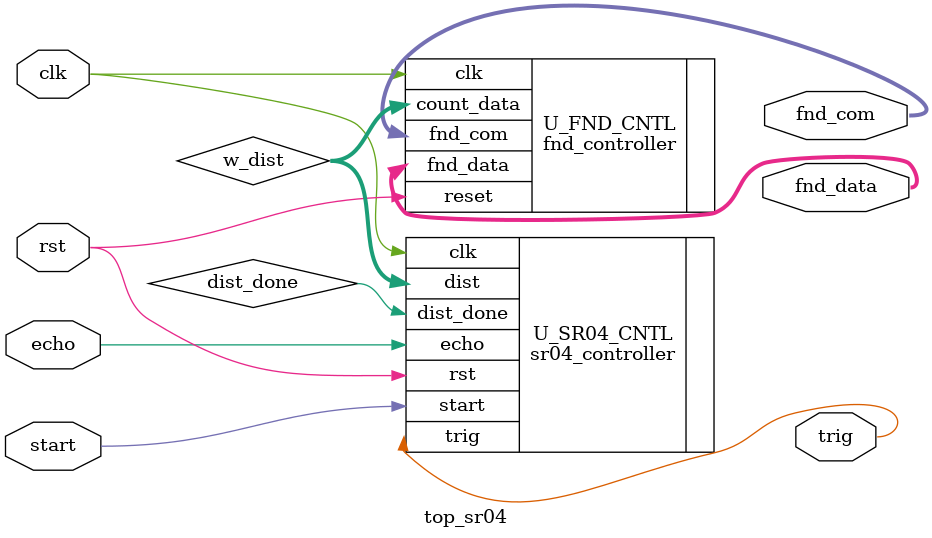
<source format=v>
`timescale 1ns / 1ps

module top_sr04 (
    input  clk,
    input  rst,
    input  start,
    input  echo,
    output trig,
    output [7:0] fnd_data,
    output [3:0] fnd_com

);

    wire [13:0] w_dist;

    sr04_controller U_SR04_CNTL (
        .clk(clk),
        .rst(rst),
        .start(start),
        .echo(echo),
        .trig(trig),
        .dist(w_dist),
        .dist_done(dist_done)
    );

    fnd_controller U_FND_CNTL (
        .clk(clk),
        .reset(rst),
        .count_data(w_dist),
        .fnd_data(fnd_data),
        .fnd_com(fnd_com)
    );

endmodule

</source>
